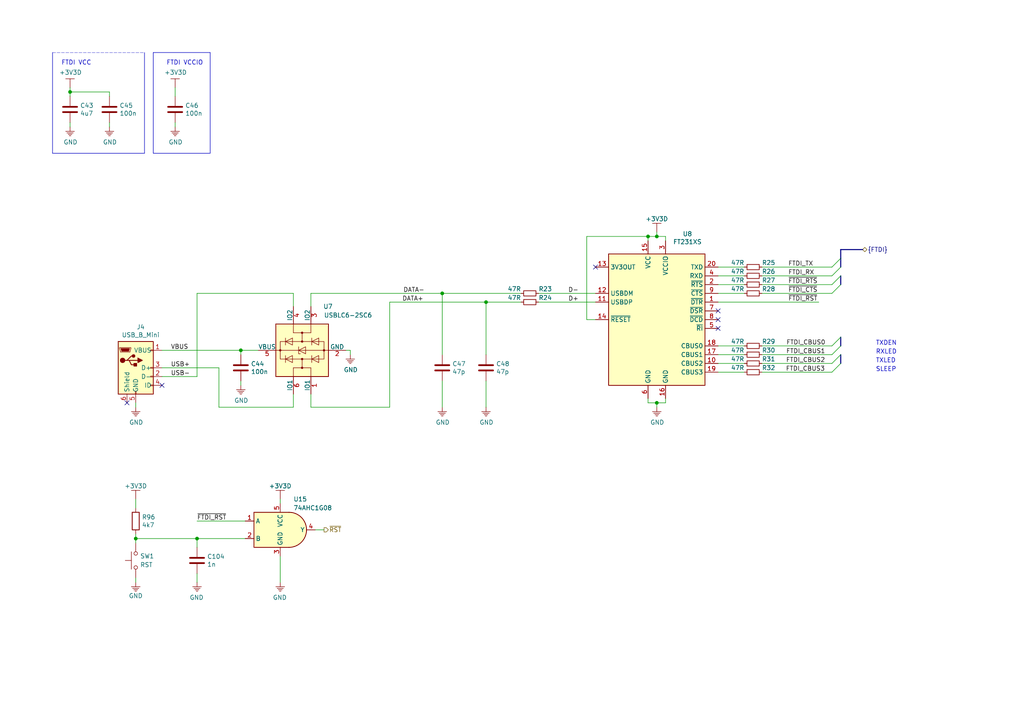
<source format=kicad_sch>
(kicad_sch (version 20200512) (host eeschema "5.99.0-unknown-d72a778~101~ubuntu18.04.1")
  (page 4 8)
  (paper "A4")
  (title_block (title "Digitizer 10b 105 MSPS with FPGA") (date "2020-03-09") (rev "1.0") (company "Jan Vykydal"))
  (lib_symbols
    (symbol "Connector:USB_B_Mini"
      (property "Reference" "J" (at -5.08 11.43 0))
      (property "Value" "USB_B_Mini" (at -5.08 8.89 0))
      (symbol "USB_B_Mini_0_1"
        (circle (center -3.81 2.159) (radius 0.635) (stroke (width 0.254)) (fill (type outline)))
        (circle (center -0.635 3.429) (radius 0.381) (stroke (width 0.254)) (fill (type outline)))
        (rectangle (start -5.08 -7.62) (end 5.08 7.62) (stroke (width 0.254)) (fill (type background)))
        (rectangle (start -0.127 -7.62) (end 0.127 -6.858))
        (rectangle (start 0.254 1.27) (end -0.508 0.508) (stroke (width 0.254)) (fill (type outline)))
        (rectangle (start 5.08 -5.207) (end 4.318 -4.953))
        (rectangle (start 5.08 -2.667) (end 4.318 -2.413))
        (rectangle (start 5.08 -0.127) (end 4.318 0.127))
        (rectangle (start 5.08 4.953) (end 4.318 5.207))
        (polyline (pts (xy -1.905 2.159) (xy 0.635 2.159)) (stroke (width 0.254)))
        (polyline (pts (xy -3.175 2.159) (xy -2.54 2.159) (xy -1.27 3.429) (xy -0.635 3.429)) (stroke (width 0.254)))
        (polyline (pts (xy -2.54 2.159) (xy -1.905 2.159) (xy -1.27 0.889) (xy 0 0.889)) (stroke (width 0.254)))
        (polyline (pts (xy 0.635 2.794) (xy 0.635 1.524) (xy 1.905 2.159) (xy 0.635 2.794)) (stroke (width 0.254)) (fill (type outline)))
        (polyline (pts (xy -4.318 5.588) (xy -1.778 5.588) (xy -2.032 4.826) (xy -4.064 4.826) (xy -4.318 5.588)) (fill (type outline)))
        (polyline (pts (xy -4.699 5.842) (xy -4.699 5.588) (xy -4.445 4.826) (xy -4.445 4.572) (xy -1.651 4.572) (xy -1.651 4.826) (xy -1.397 5.588) (xy -1.397 5.842) (xy -4.699 5.842)))
      )
      (symbol "USB_B_Mini_1_1"
        (pin power_out line (at 7.62 5.08 180) (length 2.54) (name "VBUS") (number "1"))
        (pin passive line (at 7.62 -2.54 180) (length 2.54) (name "D-") (number "2"))
        (pin passive line (at 7.62 0 180) (length 2.54) (name "D+") (number "3"))
        (pin passive line (at 7.62 -5.08 180) (length 2.54) (name "ID") (number "4"))
        (pin power_out line (at 0 -10.16 90) (length 2.54) (name "GND") (number "5"))
        (pin passive line (at -2.54 -10.16 90) (length 2.54) (name "Shield") (number "6"))
      )
    )
    (symbol "Device:C" (pin_numbers hide) (pin_names (offset 0.254))
      (property "Reference" "C" (at 0.635 2.54 0))
      (property "Value" "C" (at 0.635 -2.54 0))
      (symbol "C_0_1"
        (polyline (pts (xy -2.032 -0.762) (xy 2.032 -0.762)) (stroke (width 0.508)))
        (polyline (pts (xy -2.032 0.762) (xy 2.032 0.762)) (stroke (width 0.508)))
      )
      (symbol "C_1_1"
        (pin passive line (at 0 3.81 270) (length 2.794) (name "~") (number "1"))
        (pin passive line (at 0 -3.81 90) (length 2.794) (name "~") (number "2"))
      )
    )
    (symbol "Device:R" (pin_numbers hide) (pin_names (offset 0))
      (property "Reference" "R" (at 2.032 0 90))
      (property "Value" "R" (at 0 0 90))
      (symbol "R_0_1"
        (rectangle (start -1.016 -2.54) (end 1.016 2.54) (stroke (width 0.254)))
      )
      (symbol "R_1_1"
        (pin passive line (at 0 3.81 270) (length 1.27) (name "~") (number "1"))
        (pin passive line (at 0 -3.81 90) (length 1.27) (name "~") (number "2"))
      )
    )
    (symbol "Device:R_Small" (pin_numbers hide) (pin_names (offset 0.254) hide)
      (property "Reference" "R" (at 0.762 0.508 0))
      (property "Value" "R_Small" (at 0.762 -1.016 0))
      (symbol "R_Small_0_1"
        (rectangle (start -0.762 1.778) (end 0.762 -1.778) (stroke (width 0.2032)))
      )
      (symbol "R_Small_1_1"
        (pin passive line (at 0 2.54 270) (length 0.762) (name "~") (number "1"))
        (pin passive line (at 0 -2.54 90) (length 0.762) (name "~") (number "2"))
      )
    )
    (symbol "Interface_USB:FT231XS" (pin_names (offset 0.508))
      (property "Reference" "U" (at -13.97 20.32 0))
      (property "Value" "FT231XS" (at 7.62 20.32 0))
      (symbol "FT231XS_0_1"
        (rectangle (start -13.97 19.05) (end 13.97 -19.05) (stroke (width 0.254)) (fill (type background)))
      )
      (symbol "FT231XS_1_1"
        (pin output line (at 17.78 5.08 180) (length 3.81) (name "~DTR") (number "1"))
        (pin bidirectional line (at 17.78 -12.7 180) (length 3.81) (name "CBUS2") (number "10"))
        (pin bidirectional line (at -17.78 5.08 0) (length 3.81) (name "USBDP") (number "11"))
        (pin bidirectional line (at -17.78 7.62 0) (length 3.81) (name "USBDM") (number "12"))
        (pin power_out line (at -17.78 15.24 0) (length 3.81) (name "3V3OUT") (number "13"))
        (pin input line (at -17.78 0 0) (length 3.81) (name "~RESET") (number "14"))
        (pin power_in line (at -2.54 22.86 270) (length 3.81) (name "VCC") (number "15"))
        (pin power_in line (at 2.54 -22.86 90) (length 3.81) (name "GND") (number "16"))
        (pin bidirectional line (at 17.78 -10.16 180) (length 3.81) (name "CBUS1") (number "17"))
        (pin bidirectional line (at 17.78 -7.62 180) (length 3.81) (name "CBUS0") (number "18"))
        (pin bidirectional line (at 17.78 -15.24 180) (length 3.81) (name "CBUS3") (number "19"))
        (pin output line (at 17.78 10.16 180) (length 3.81) (name "~RTS") (number "2"))
        (pin output line (at 17.78 15.24 180) (length 3.81) (name "TXD") (number "20"))
        (pin power_in line (at 2.54 22.86 270) (length 3.81) (name "VCCIO") (number "3"))
        (pin input line (at 17.78 12.7 180) (length 3.81) (name "RXD") (number "4"))
        (pin input line (at 17.78 -2.54 180) (length 3.81) (name "~RI") (number "5"))
        (pin power_in line (at -2.54 -22.86 90) (length 3.81) (name "GND") (number "6"))
        (pin input line (at 17.78 2.54 180) (length 3.81) (name "~DSR") (number "7"))
        (pin input line (at 17.78 0 180) (length 3.81) (name "~DCD") (number "8"))
        (pin input line (at 17.78 7.62 180) (length 3.81) (name "~CTS") (number "9"))
      )
    )
    (symbol "KLIB_Logic:74AHC1G08" (pin_names (offset 0.508))
      (property "Reference" "U" (at 6.35 8.89 0))
      (property "Value" "74AHC1G08" (at 6.35 6.35 0))
      (symbol "74AHC1G08_1_1"
        (arc (start 2.54 -5.08) (end 2.54 5.08) (radius (at 2.54 0) (length 5.08) (angles -89.9 89.9)) (stroke (width 0.254)) (fill (type background)))
        (pin input line (at -10.16 2.54 0) (length 2.54) (name "A") (number "1"))
        (pin input line (at -10.16 -2.54 0) (length 2.54) (name "B") (number "2"))
        (pin power_in line (at 0 -7.62 90) (length 2.54) (name "GND") (number "3"))
        (pin output line (at 10.16 0 180) (length 2.54) (name "Y") (number "4"))
        (pin power_in line (at 0 7.62 270) (length 2.54) (name "VCC") (number "5"))
      )
      (symbol "74AHC1G08_0_1"
        (polyline (pts (xy 2.54 5.08) (xy -7.62 5.08) (xy -7.62 -5.08) (xy 2.54 -5.08)) (stroke (width 0.254)) (fill (type background)))
      )
    )
    (symbol "KLIB_Power:+3V3D" (power) (pin_names (offset 0))
      (property "Value" "+3V3D" (at 0 3.81 0))
      (symbol "+3V3D_0_1"
        (polyline (pts (xy -1.27 2.54) (xy 0 2.54)))
        (polyline (pts (xy 0 0) (xy 0 2.54)))
        (polyline (pts (xy 0 2.54) (xy 1.27 2.54)))
      )
      (symbol "+3V3D_1_1"
        (pin power_in line (at 0 0 90) (length 0) (name "+3V3D") (number "1") hide)
      )
    )
    (symbol "KLIB_Power:GND" (power) (pin_names (offset 0))
      (property "Value" "GND" (at 0 -3.556 0))
      (symbol "GND_0_1"
        (polyline (pts (xy -0.9144 -1.7272) (xy 0.9144 -1.7272)))
        (polyline (pts (xy -0.5588 -2.1336) (xy 0.5588 -2.1336)))
        (polyline (pts (xy -0.254 -2.54) (xy 0.254 -2.54)))
        (polyline (pts (xy 0 -1.27) (xy 0 0)))
        (polyline (pts (xy 1.27 -1.27) (xy -1.27 -1.27)))
      )
      (symbol "GND_1_1"
        (pin power_in line (at 0 0 270) (length 0) (name "GND") (number "1") hide)
      )
    )
    (symbol "Switch:SW_Push" (pin_numbers hide) (pin_names hide)
      (property "Reference" "SW" (at 1.27 2.54 0))
      (property "Value" "SW_Push" (at 0 -1.524 0))
      (symbol "SW_Push_0_1"
        (circle (center -2.032 0) (radius 0.508))
        (circle (center 2.032 0) (radius 0.508))
        (polyline (pts (xy 0 1.27) (xy 0 3.048)))
        (polyline (pts (xy 2.54 1.27) (xy -2.54 1.27)))
        (pin passive line (at -5.08 0 0) (length 2.54) (name "1") (number "1"))
        (pin passive line (at 5.08 0 180) (length 2.54) (name "2") (number "2"))
      )
    )
    (symbol "digitizer_fpga_10b_100MSPS-rescue:USBLC6-2SC6-Power_Protection" (pin_names (offset 0))
      (property "Reference" "U" (at 5.08 8.89 0))
      (property "Value" "USBLC6-2SC6-Power_Protection" (at 10.16 -10.16 0))
      (symbol "USBLC6-2SC6-Power_Protection_0_1"
        (circle (center -5.08 0) (radius 0.254) (fill (type outline)))
        (circle (center -2.54 0) (radius 0.254) (fill (type outline)))
        (circle (center 0 -6.35) (radius 0.254) (fill (type outline)))
        (circle (center 0 6.35) (radius 0.254) (fill (type outline)))
        (circle (center 2.54 0) (radius 0.254) (fill (type outline)))
        (circle (center 5.08 0) (radius 0.254) (fill (type outline)))
        (rectangle (start -7.62 -7.62) (end 7.62 7.62) (stroke (width 0.254)) (fill (type background)))
        (rectangle (start -2.54 6.35) (end 2.54 -6.35))
        (polyline (pts (xy -5.08 -2.54) (xy -7.62 -2.54)))
        (polyline (pts (xy -5.08 0) (xy -5.08 -2.54)))
        (polyline (pts (xy -5.08 2.54) (xy -7.62 2.54)))
        (polyline (pts (xy -1.524 -2.794) (xy -3.556 -2.794)))
        (polyline (pts (xy -1.524 4.826) (xy -3.556 4.826)))
        (polyline (pts (xy 0 -7.62) (xy 0 -6.35)))
        (polyline (pts (xy 0 -6.35) (xy 0 1.27)))
        (polyline (pts (xy 0 1.27) (xy 0 6.35)))
        (polyline (pts (xy 0 6.35) (xy 0 7.62)))
        (polyline (pts (xy 1.524 -2.794) (xy 3.556 -2.794)))
        (polyline (pts (xy 1.524 4.826) (xy 3.556 4.826)))
        (polyline (pts (xy 5.08 -2.54) (xy 7.62 -2.54)))
        (polyline (pts (xy 5.08 0) (xy 5.08 -2.54)))
        (polyline (pts (xy 5.08 2.54) (xy 7.62 2.54)))
        (polyline (pts (xy -2.54 0) (xy -5.08 0) (xy -5.08 2.54)))
        (polyline (pts (xy 2.54 0) (xy 5.08 0) (xy 5.08 2.54)))
        (polyline (pts (xy -3.556 -4.826) (xy -1.524 -4.826) (xy -2.54 -2.794) (xy -3.556 -4.826)))
        (polyline (pts (xy -3.556 2.794) (xy -1.524 2.794) (xy -2.54 4.826) (xy -3.556 2.794)))
        (polyline (pts (xy -1.016 -1.016) (xy 1.016 -1.016) (xy 0 1.016) (xy -1.016 -1.016)))
        (polyline (pts (xy 1.016 1.016) (xy 0.762 1.016) (xy -1.016 1.016) (xy -1.016 0.508)))
        (polyline (pts (xy 3.556 -4.826) (xy 1.524 -4.826) (xy 2.54 -2.794) (xy 3.556 -4.826)))
        (polyline (pts (xy 3.556 2.794) (xy 1.524 2.794) (xy 2.54 4.826) (xy 3.556 2.794)))
      )
      (symbol "USBLC6-2SC6-Power_Protection_1_1"
        (pin passive line (at -12.7 -2.54 0) (length 5.08) (name "IO1") (number "1"))
        (pin passive line (at 0 -12.7 90) (length 5.08) (name "GND") (number "2"))
        (pin passive line (at 12.7 -2.54 180) (length 5.08) (name "IO2") (number "3"))
        (pin passive line (at 12.7 2.54 180) (length 5.08) (name "IO2") (number "4"))
        (pin passive line (at 0 12.7 270) (length 5.08) (name "VBUS") (number "5"))
        (pin passive line (at -12.7 2.54 0) (length 5.08) (name "IO1") (number "6"))
      )
    )
  )
  (bus_alias "FTDI" (members "FTDI_TX" "FTDI_RX" "~FTDI_RTS" "~FTDI_CTS" "FTDI_CBUS[0..3]"))
  (junction (at 20.32 26.67))
  (junction (at 39.37 156.21))
  (junction (at 57.15 156.21))
  (junction (at 69.85 101.6))
  (junction (at 128.27 85.09))
  (junction (at 140.97 87.63))
  (junction (at 187.96 68.58))
  (junction (at 190.5 68.58))
  (junction (at 190.5 116.84))
  (no_connect (at 208.28 90.17))
  (no_connect (at 46.99 111.76))
  (no_connect (at 172.72 77.47))
  (no_connect (at 208.28 95.25))
  (no_connect (at 208.28 92.71))
  (no_connect (at 36.83 116.84))
  (bus_entry (at 241.3 77.47) (size 2.54 -2.54))
  (bus_entry (at 241.3 80.01) (size 2.54 -2.54))
  (bus_entry (at 241.3 82.55) (size 2.54 -2.54))
  (bus_entry (at 241.3 85.09) (size 2.54 -2.54))
  (bus_entry (at 241.3 100.33) (size 2.54 -2.54))
  (bus_entry (at 241.3 102.87) (size 2.54 -2.54))
  (bus_entry (at 241.3 105.41) (size 2.54 -2.54))
  (bus_entry (at 241.3 107.95) (size 2.54 -2.54))
  (wire (pts (xy 20.32 25.4) (xy 20.32 26.67)))
  (wire (pts (xy 20.32 26.67) (xy 20.32 27.94)))
  (wire (pts (xy 20.32 26.67) (xy 31.75 26.67)))
  (wire (pts (xy 20.32 35.56) (xy 20.32 36.83)))
  (wire (pts (xy 31.75 26.67) (xy 31.75 27.94)))
  (wire (pts (xy 31.75 35.56) (xy 31.75 36.83)))
  (wire (pts (xy 39.37 116.84) (xy 39.37 118.11)))
  (wire (pts (xy 39.37 144.78) (xy 39.37 147.32)))
  (wire (pts (xy 39.37 154.94) (xy 39.37 156.21)))
  (wire (pts (xy 39.37 156.21) (xy 39.37 157.48)))
  (wire (pts (xy 39.37 156.21) (xy 57.15 156.21)))
  (wire (pts (xy 39.37 167.64) (xy 39.37 168.91)))
  (wire (pts (xy 46.99 101.6) (xy 69.85 101.6)))
  (wire (pts (xy 46.99 106.68) (xy 63.5 106.68)))
  (wire (pts (xy 46.99 109.22) (xy 57.15 109.22)))
  (wire (pts (xy 50.8 25.4) (xy 50.8 27.94)))
  (wire (pts (xy 50.8 35.56) (xy 50.8 36.83)))
  (wire (pts (xy 57.15 85.09) (xy 57.15 109.22)))
  (wire (pts (xy 57.15 85.09) (xy 85.09 85.09)))
  (wire (pts (xy 57.15 151.13) (xy 71.12 151.13)))
  (wire (pts (xy 57.15 156.21) (xy 57.15 158.75)))
  (wire (pts (xy 57.15 156.21) (xy 71.12 156.21)))
  (wire (pts (xy 57.15 166.37) (xy 57.15 168.91)))
  (wire (pts (xy 63.5 106.68) (xy 63.5 118.11)))
  (wire (pts (xy 63.5 118.11) (xy 85.09 118.11)))
  (wire (pts (xy 69.85 101.6) (xy 69.85 102.87)))
  (wire (pts (xy 69.85 101.6) (xy 74.93 101.6)))
  (wire (pts (xy 69.85 110.49) (xy 69.85 111.76)))
  (wire (pts (xy 81.28 144.78) (xy 81.28 146.05)))
  (wire (pts (xy 81.28 161.29) (xy 81.28 168.91)))
  (wire (pts (xy 85.09 85.09) (xy 85.09 88.9)))
  (wire (pts (xy 85.09 118.11) (xy 85.09 114.3)))
  (wire (pts (xy 90.17 85.09) (xy 128.27 85.09)))
  (wire (pts (xy 90.17 88.9) (xy 90.17 85.09)))
  (wire (pts (xy 90.17 118.11) (xy 90.17 114.3)))
  (wire (pts (xy 90.17 118.11) (xy 113.03 118.11)))
  (wire (pts (xy 91.44 153.67) (xy 93.98 153.67)))
  (wire (pts (xy 101.6 101.6) (xy 100.33 101.6)))
  (wire (pts (xy 101.6 102.87) (xy 101.6 101.6)))
  (wire (pts (xy 113.03 87.63) (xy 113.03 118.11)))
  (wire (pts (xy 113.03 87.63) (xy 140.97 87.63)))
  (wire (pts (xy 128.27 85.09) (xy 128.27 102.87)))
  (wire (pts (xy 128.27 85.09) (xy 151.13 85.09)))
  (wire (pts (xy 128.27 118.11) (xy 128.27 110.49)))
  (wire (pts (xy 140.97 87.63) (xy 140.97 102.87)))
  (wire (pts (xy 140.97 87.63) (xy 151.13 87.63)))
  (wire (pts (xy 140.97 118.11) (xy 140.97 110.49)))
  (wire (pts (xy 156.21 85.09) (xy 172.72 85.09)))
  (wire (pts (xy 156.21 87.63) (xy 172.72 87.63)))
  (wire (pts (xy 170.18 68.58) (xy 187.96 68.58)))
  (wire (pts (xy 170.18 92.71) (xy 170.18 68.58)))
  (wire (pts (xy 170.18 92.71) (xy 172.72 92.71)))
  (wire (pts (xy 187.96 68.58) (xy 190.5 68.58)))
  (wire (pts (xy 187.96 69.85) (xy 187.96 68.58)))
  (wire (pts (xy 187.96 115.57) (xy 187.96 116.84)))
  (wire (pts (xy 187.96 116.84) (xy 190.5 116.84)))
  (wire (pts (xy 190.5 67.31) (xy 190.5 68.58)))
  (wire (pts (xy 190.5 68.58) (xy 193.04 68.58)))
  (wire (pts (xy 190.5 116.84) (xy 190.5 118.11)))
  (wire (pts (xy 190.5 116.84) (xy 193.04 116.84)))
  (wire (pts (xy 193.04 68.58) (xy 193.04 69.85)))
  (wire (pts (xy 193.04 116.84) (xy 193.04 115.57)))
  (wire (pts (xy 208.28 77.47) (xy 215.9 77.47)))
  (wire (pts (xy 208.28 80.01) (xy 215.9 80.01)))
  (wire (pts (xy 208.28 82.55) (xy 215.9 82.55)))
  (wire (pts (xy 208.28 85.09) (xy 215.9 85.09)))
  (wire (pts (xy 208.28 87.63) (xy 237.49 87.63)))
  (wire (pts (xy 208.28 100.33) (xy 215.9 100.33)))
  (wire (pts (xy 208.28 102.87) (xy 215.9 102.87)))
  (wire (pts (xy 208.28 105.41) (xy 215.9 105.41)))
  (wire (pts (xy 208.28 107.95) (xy 215.9 107.95)))
  (wire (pts (xy 220.98 77.47) (xy 241.3 77.47)))
  (wire (pts (xy 220.98 80.01) (xy 241.3 80.01)))
  (wire (pts (xy 220.98 82.55) (xy 241.3 82.55)))
  (wire (pts (xy 220.98 85.09) (xy 241.3 85.09)))
  (wire (pts (xy 220.98 100.33) (xy 241.3 100.33)))
  (wire (pts (xy 220.98 102.87) (xy 241.3 102.87)))
  (wire (pts (xy 220.98 105.41) (xy 241.3 105.41)))
  (wire (pts (xy 220.98 107.95) (xy 241.3 107.95)))
  (bus (pts (xy 243.84 72.39) (xy 243.84 74.93)))
  (bus (pts (xy 243.84 72.39) (xy 250.19 72.39)))
  (bus (pts (xy 243.84 74.93) (xy 243.84 80.01)))
  (bus (pts (xy 243.84 80.01) (xy 243.84 97.79)))
  (bus (pts (xy 243.84 97.79) (xy 243.84 102.87)))
  (bus (pts (xy 243.84 102.87) (xy 243.84 105.41)))
  (polyline (pts (xy 15.24 15.24) (xy 15.24 44.45)))
  (polyline (pts (xy 15.24 15.24) (xy 41.91 15.24)) (stroke (width 0.0001) (type dash)))
  (polyline (pts (xy 15.24 44.45) (xy 41.91 44.45)))
  (polyline (pts (xy 41.91 15.24) (xy 41.91 44.45)))
  (polyline (pts (xy 44.45 15.24) (xy 44.45 44.45)))
  (polyline (pts (xy 44.45 15.24) (xy 60.96 15.24)))
  (polyline (pts (xy 44.45 44.45) (xy 60.96 44.45)))
  (polyline (pts (xy 60.96 44.45) (xy 60.96 15.24)))
  (text "FTDI VCC" (at 17.78 19.05 0) (effects (font (size 1.27 1.27)) (justify left bottom)))
  (text "FTDI VCCIO" (at 48.26 19.05 0) (effects (font (size 1.27 1.27)) (justify left bottom)))
  (text "TXDEN" (at 254 100.33 0) (effects (font (size 1.27 1.27)) (justify left bottom)))
  (text "RXLED" (at 254 102.87 0) (effects (font (size 1.27 1.27)) (justify left bottom)))
  (text "TXLED" (at 254 105.41 0) (effects (font (size 1.27 1.27)) (justify left bottom)))
  (text "SLEEP\n" (at 254 107.95 0) (effects (font (size 1.27 1.27)) (justify left bottom)))
  (label "VBUS" (at 49.53 101.6 0))
  (label "USB+" (at 49.53 106.68 0))
  (label "USB-" (at 49.53 109.22 0))
  (label "~FTDI_RST" (at 57.15 151.13 0))
  (label "DATA+" (at 116.6566 87.63 0))
  (label "DATA-" (at 116.9572 85.09 0))
  (label "D-" (at 164.7861 85.09 0))
  (label "D+" (at 164.8025 87.63 0))
  (label "FTDI_CBUS3" (at 227.8989 107.95 0))
  (label "FTDI_CBUS2" (at 227.9541 105.41 0))
  (label "FTDI_CBUS1" (at 228.0033 102.87 0))
  (label "FTDI_CBUS0" (at 228.046 100.33 0))
  (label "FTDI_TX" (at 228.6 77.47 0))
  (label "FTDI_RX" (at 228.6 80.01 0))
  (label "~FTDI_RTS" (at 228.6 82.55 0))
  (label "~FTDI_CTS" (at 228.6 85.09 0))
  (label "~FTDI_RST" (at 228.6 87.63 0))
  (hierarchical_label "~RST" (shape output) (at 93.98 153.67 0))
  (hierarchical_label "{FTDI}" (shape bidirectional) (at 250.19 72.39 0))
  (symbol (lib_id "KLIB_Power:+3V3D") (at 20.32 25.4 0) (unit 1)
    (property "Reference" "#PWR088" (effects hide))
    (property "Value" "+3V3D" (at 20.447 21.0058 0))
  )
  (symbol (lib_id "KLIB_Power:GND") (at 20.32 36.83 0) (unit 1)
    (property "Reference" "#PWR086" (effects hide))
    (property "Value" "GND" (at 20.447 41.2242 0))
  )
  (symbol (lib_id "KLIB_Power:GND") (at 31.75 36.83 0) (unit 1)
    (property "Reference" "#PWR089" (effects hide))
    (property "Value" "GND" (at 31.877 41.2242 0))
  )
  (symbol (lib_id "KLIB_Power:GND") (at 39.37 118.11 0) (unit 1)
    (property "Reference" "#PWR085" (effects hide))
    (property "Value" "GND" (at 39.497 122.5042 0))
  )
  (symbol (lib_id "KLIB_Power:+3V3D") (at 39.37 144.78 0) (unit 1)
    (property "Reference" "#PWR0186" (effects hide))
    (property "Value" "+3V3D" (at 39.37 140.97 0))
  )
  (symbol (lib_id "KLIB_Power:GND") (at 39.37 168.91 0) (unit 1)
    (property "Reference" "#PWR0187" (effects hide))
    (property "Value" "GND" (at 39.37 172.8216 0))
  )
  (symbol (lib_id "KLIB_Power:+3V3D") (at 50.8 25.4 0) (unit 1)
    (property "Reference" "#PWR090" (effects hide))
    (property "Value" "+3V3D" (at 50.927 21.0058 0))
  )
  (symbol (lib_id "KLIB_Power:GND") (at 50.8 36.83 0) (unit 1)
    (property "Reference" "#PWR091" (effects hide))
    (property "Value" "GND" (at 50.927 41.2242 0))
  )
  (symbol (lib_id "KLIB_Power:GND") (at 57.15 168.91 0) (mirror y) (unit 1)
    (property "Reference" "#PWR0189" (effects hide))
    (property "Value" "GND" (at 57.023 173.3042 0))
  )
  (symbol (lib_id "KLIB_Power:GND") (at 69.85 111.76 0) (unit 1)
    (property "Reference" "#PWR087" (effects hide))
    (property "Value" "GND" (at 69.977 116.1542 0))
  )
  (symbol (lib_id "KLIB_Power:+3V3D") (at 81.28 144.78 0) (unit 1)
    (property "Reference" "#PWR095" (effects hide))
    (property "Value" "+3V3D" (at 81.28 140.97 0))
  )
  (symbol (lib_id "KLIB_Power:GND") (at 81.28 168.91 0) (mirror y) (unit 1)
    (property "Reference" "#PWR0216" (effects hide))
    (property "Value" "GND" (at 81.153 173.3042 0))
  )
  (symbol (lib_id "KLIB_Power:GND") (at 101.6 102.87 0) (unit 1)
    (property "Reference" "#PWR092" (effects hide))
    (property "Value" "GND" (at 101.727 107.2642 0))
  )
  (symbol (lib_id "KLIB_Power:GND") (at 128.27 118.11 0) (unit 1)
    (property "Reference" "#PWR093" (effects hide))
    (property "Value" "GND" (at 128.397 122.5042 0))
  )
  (symbol (lib_id "KLIB_Power:GND") (at 140.97 118.11 0) (unit 1)
    (property "Reference" "#PWR094" (effects hide))
    (property "Value" "GND" (at 141.097 122.5042 0))
  )
  (symbol (lib_id "KLIB_Power:+3V3D") (at 190.5 67.31 0) (unit 1)
    (property "Reference" "#PWR0217" (effects hide))
    (property "Value" "+3V3D" (at 190.5 63.5 0))
  )
  (symbol (lib_id "KLIB_Power:GND") (at 190.5 118.11 0) (unit 1)
    (property "Reference" "#PWR096" (effects hide))
    (property "Value" "GND" (at 190.627 122.5042 0))
  )
  (symbol (lib_id "Device:R_Small") (at 153.67 85.09 90) (unit 1)
    (property "Reference" "R23" (at 156.21 83.82 90) (effects (justify right)))
    (property "Value" "47R" (at 151.13 83.82 90) (effects (justify left)))
    (property "Footprint" "Resistor_SMD:R_0402_1005Metric" (effects hide))
  )
  (symbol (lib_id "Device:R_Small") (at 153.67 87.63 90) (unit 1)
    (property "Reference" "R24" (at 156.21 86.36 90) (effects (justify right)))
    (property "Value" "47R" (at 151.13 86.36 90) (effects (justify left)))
    (property "Footprint" "Resistor_SMD:R_0402_1005Metric" (effects hide))
  )
  (symbol (lib_id "Device:R_Small") (at 218.44 77.47 90) (unit 1)
    (property "Reference" "R25" (at 220.98 76.2 90) (effects (justify right)))
    (property "Value" "47R" (at 215.9 76.2 90) (effects (justify left)))
    (property "Footprint" "Resistor_SMD:R_0402_1005Metric" (effects hide))
  )
  (symbol (lib_id "Device:R_Small") (at 218.44 80.01 90) (unit 1)
    (property "Reference" "R26" (at 220.98 78.74 90) (effects (justify right)))
    (property "Value" "47R" (at 215.9 78.74 90) (effects (justify left)))
    (property "Footprint" "Resistor_SMD:R_0402_1005Metric" (effects hide))
  )
  (symbol (lib_id "Device:R_Small") (at 218.44 82.55 90) (unit 1)
    (property "Reference" "R27" (at 220.98 81.28 90) (effects (justify right)))
    (property "Value" "47R" (at 215.9 81.28 90) (effects (justify left)))
    (property "Footprint" "Resistor_SMD:R_0402_1005Metric" (effects hide))
  )
  (symbol (lib_id "Device:R_Small") (at 218.44 85.09 90) (unit 1)
    (property "Reference" "R28" (at 220.98 83.82 90) (effects (justify right)))
    (property "Value" "47R" (at 215.9 83.82 90) (effects (justify left)))
    (property "Footprint" "Resistor_SMD:R_0402_1005Metric" (effects hide))
  )
  (symbol (lib_id "Device:R_Small") (at 218.44 100.33 90) (unit 1)
    (property "Reference" "R29" (at 220.98 99.06 90) (effects (justify right)))
    (property "Value" "47R" (at 215.9 99.06 90) (effects (justify left)))
    (property "Footprint" "Resistor_SMD:R_0402_1005Metric" (effects hide))
  )
  (symbol (lib_id "Device:R_Small") (at 218.44 102.87 90) (unit 1)
    (property "Reference" "R30" (at 220.98 101.6 90) (effects (justify right)))
    (property "Value" "47R" (at 215.9 101.6 90) (effects (justify left)))
    (property "Footprint" "Resistor_SMD:R_0402_1005Metric" (effects hide))
  )
  (symbol (lib_id "Device:R_Small") (at 218.44 105.41 90) (unit 1)
    (property "Reference" "R31" (at 220.98 104.14 90) (effects (justify right)))
    (property "Value" "47R" (at 215.9 104.14 90) (effects (justify left)))
    (property "Footprint" "Resistor_SMD:R_0402_1005Metric" (effects hide))
  )
  (symbol (lib_id "Device:R_Small") (at 218.44 107.95 90) (unit 1)
    (property "Reference" "R32" (at 220.98 106.68 90) (effects (justify right)))
    (property "Value" "47R" (at 215.9 106.68 90) (effects (justify left)))
    (property "Footprint" "Resistor_SMD:R_0402_1005Metric" (effects hide))
  )
  (symbol (lib_id "Device:R") (at 39.37 151.13 0) (unit 1)
    (property "Reference" "R96" (at 41.148 149.987 0) (effects (justify left)))
    (property "Value" "4k7" (at 41.148 152.273 0) (effects (justify left)))
    (property "Footprint" "Resistor_SMD:R_0603_1608Metric" (effects hide))
  )
  (symbol (lib_id "Device:C") (at 20.32 31.75 0) (unit 1)
    (property "Reference" "C43" (at 23.241 30.607 0) (effects (justify left)))
    (property "Value" "4u7" (at 23.241 32.893 0) (effects (justify left)))
    (property "Footprint" "Capacitor_SMD:C_0402_1005Metric" (effects hide))
  )
  (symbol (lib_id "Device:C") (at 31.75 31.75 0) (unit 1)
    (property "Reference" "C45" (at 34.671 30.607 0) (effects (justify left)))
    (property "Value" "100n" (at 34.671 32.893 0) (effects (justify left)))
    (property "Footprint" "Capacitor_SMD:C_0402_1005Metric" (effects hide))
  )
  (symbol (lib_id "Device:C") (at 50.8 31.75 0) (unit 1)
    (property "Reference" "C46" (at 53.721 30.607 0) (effects (justify left)))
    (property "Value" "100n" (at 53.721 32.893 0) (effects (justify left)))
    (property "Footprint" "Capacitor_SMD:C_0402_1005Metric" (effects hide))
  )
  (symbol (lib_id "Device:C") (at 57.15 162.56 0) (unit 1)
    (property "Reference" "C104" (at 60.071 161.417 0) (effects (justify left)))
    (property "Value" "1n" (at 60.071 163.703 0) (effects (justify left)))
    (property "Footprint" "Capacitor_SMD:C_0402_1005Metric" (effects hide))
  )
  (symbol (lib_id "Device:C") (at 69.85 106.68 0) (unit 1)
    (property "Reference" "C44" (at 72.771 105.537 0) (effects (justify left)))
    (property "Value" "100n" (at 72.771 107.823 0) (effects (justify left)))
    (property "Footprint" "Capacitor_SMD:C_0402_1005Metric" (effects hide))
  )
  (symbol (lib_id "Device:C") (at 128.27 106.68 0) (unit 1)
    (property "Reference" "C47" (at 131.191 105.537 0) (effects (justify left)))
    (property "Value" "47p" (at 131.191 107.823 0) (effects (justify left)))
    (property "Footprint" "Capacitor_SMD:C_0402_1005Metric" (effects hide))
  )
  (symbol (lib_id "Device:C") (at 140.97 106.68 0) (unit 1)
    (property "Reference" "C48" (at 143.891 105.537 0) (effects (justify left)))
    (property "Value" "47p" (at 143.891 107.823 0) (effects (justify left)))
    (property "Footprint" "Capacitor_SMD:C_0402_1005Metric" (effects hide))
  )
  (symbol (lib_id "Switch:SW_Push") (at 39.37 162.56 90) (unit 1)
    (property "Reference" "SW1" (at 40.64 161.29 90) (effects (justify right)))
    (property "Value" "RST" (at 40.64 163.83 90) (effects (justify right)))
    (property "Footprint" "Button_Switch_SMD:SW_SPST_CK_RS282G05A3" (effects hide))
  )
  (symbol (lib_id "Connector:USB_B_Mini") (at 39.37 106.68 0) (unit 1)
    (property "Reference" "J4" (at 40.8178 94.8436 0))
    (property "Value" "USB_B_Mini" (at 40.8178 97.155 0))
    (property "Footprint" "Connector_USB:USB_Mini-B_Lumberg_2486_01_Horizontal" (effects hide))
  )
  (symbol (lib_id "KLIB_Logic:74AHC1G08") (at 81.28 153.67 0) (unit 1)
    (property "Reference" "U15" (at 85.09 144.78 0) (effects (justify left)))
    (property "Value" "74AHC1G08" (at 85.09 147.32 0) (effects (justify left)))
    (property "Footprint" "Package_TO_SOT_SMD:SOT-23-5" (effects hide))
    (property "Datasheet" "http://www.ti.com/lit/ds/symlink/sn74ahc1g08.pdf" (effects hide))
  )
  (symbol (lib_id "digitizer_fpga_10b_100MSPS-rescue:USBLC6-2SC6-Power_Protection") (at 87.63 101.6 90) (unit 1)
    (property "Reference" "U7" (at 96.52 88.9 90) (effects (justify left)))
    (property "Value" "USBLC6-2SC6" (at 107.95 91.44 90) (effects (justify left)))
    (property "Footprint" "Package_TO_SOT_SMD:SOT-23-6" (effects hide))
    (property "Datasheet" "http://www2.st.com/resource/en/datasheet/CD00050750.pdf" (effects hide))
  )
  (symbol (lib_id "Interface_USB:FT231XS") (at 190.5 92.71 0) (unit 1)
    (property "Reference" "U8" (at 199.39 67.8434 0))
    (property "Value" "FT231XS" (at 199.39 70.1548 0))
    (property "Footprint" "Package_SO:SSOP-20_3.9x8.7mm_P0.635mm" (effects hide))
    (property "Datasheet" "https://www.ftdichip.com/Support/Documents/DataSheets/ICs/DS_FT231X.pdf" (effects hide))
  )
)
</source>
